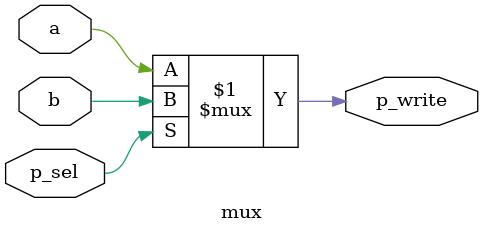
<source format=v>
module mux (input a, b, p_sel, output p_write);
    assign p_write = p_sel ? b : a;
endmodule

</source>
